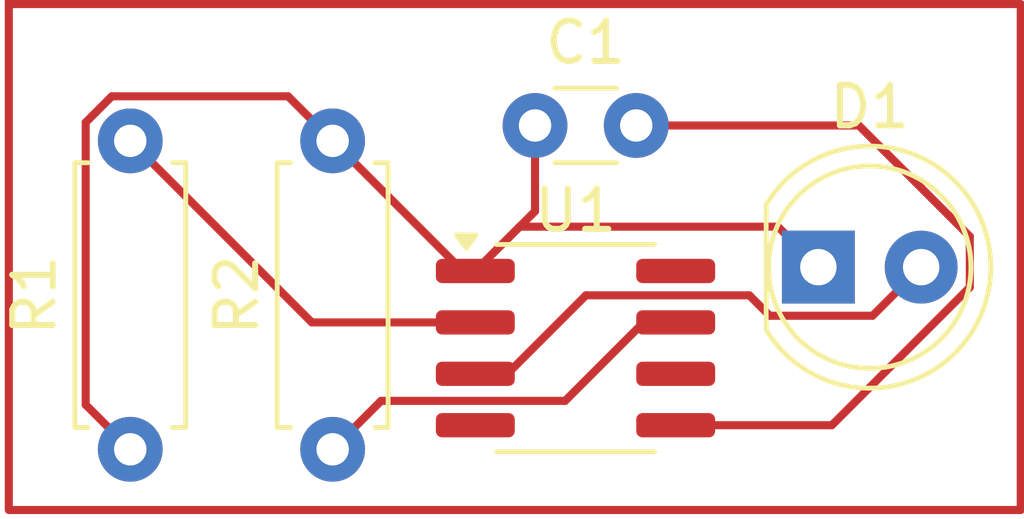
<source format=kicad_pcb>
(kicad_pcb (version 20241229) (generator "pcbnew") (generator_version "9.0")
  (layers (0 "F.Cu" signal) (2 "B.Cu" signal) (13 "F.Paste" user) (15 "B.Paste" user) (5 "F.SilkS" user "F.Silkscreen") (7 "B.SilkS" user "B.Silkscreen") (1 "F.Mask" user) (3 "B.Mask" user) (25 "Edge.Cuts" user))
  (net 0 "")
  (net 1 "Net-(U1-CV)")
  (net 2 "GND")
  (net 3 "Net-(D1-A)")
  (net 4 "Net-(U1-TR)")
  (net 5 "Net-(U1-DIS)")
  (net 7 "VCC")
  (footprint "Resistor_THT:R_Axial_DIN0207_L6.3mm_D2.5mm_P7.62mm_Horizontal" (layer "F.Cu") (at 175.5 93 90)
    (property "Reference" "R2" (at 3.81 -2.37 90) (layer "F.SilkS"))
    (property "Value" "R")
    (fp_line (start 7.08 -1.37) (end 7.08 -1.04) (stroke (width 0.12)) (layer "F.SilkS"))
    (fp_line (start 0.54 -1.37) (end 7.08 -1.37) (stroke (width 0.12)) (layer "F.SilkS"))
    (fp_line (start 0.54 -1.04) (end 0.54 -1.37) (stroke (width 0.12)) (layer "F.SilkS"))
    (fp_line (start 0.54 1.04) (end 0.54 1.37) (stroke (width 0.12)) (layer "F.SilkS"))
    (fp_line (start 7.08 1.37) (end 7.08 1.04) (stroke (width 0.12)) (layer "F.SilkS"))
    (fp_line (start 0.54 1.37) (end 7.08 1.37) (stroke (width 0.12)) (layer "F.SilkS"))
    (pad "1" thru_hole circle (at 0 0 90) (size 1.6 1.6) (drill 0.8) (layers "*.Cu" "*.Mask") (net 5 "Net-(U1-DIS)"))
    (pad "2" thru_hole circle (at 7.62 0 90) (size 1.6 1.6) (drill 0.8) (layers "*.Cu" "*.Mask") (net 2 "GND"))
  )
  (footprint "Package_SO:SOIC-8_3.9x4.9mm_P1.27mm" (layer "F.Cu") (at 181.5 90.5)
    (property "Reference" "U1" (at 0 -3.4 0) (layer "F.SilkS"))
    (property "Value" "LM555xM")
    (fp_line (start 0 -2.56) (end -1.95 -2.56) (stroke (width 0.12)) (layer "F.SilkS"))
    (fp_line (start 0 -2.56) (end 1.95 -2.56) (stroke (width 0.12)) (layer "F.SilkS"))
    (fp_line (start 0 2.56) (end -1.95 2.56) (stroke (width 0.12)) (layer "F.SilkS"))
    (fp_line (start 0 2.56) (end 1.95 2.56) (stroke (width 0.12)) (layer "F.SilkS"))
    (fp_poly (pts (xy -2.7 -2.465) (xy -2.94 -2.795) (xy -2.46 -2.795)) (stroke (width 0.12)) (fill yes) (layer "F.SilkS"))
    (pad "1" smd roundrect (at -2.475 -1.905) (size 1.95 0.6) (layers "F.Cu" "F.Mask" "F.Paste") (net 2 "GND"))
    (pad "2" smd roundrect (at -2.475 -0.635) (size 1.95 0.6) (layers "F.Cu" "F.Mask" "F.Paste") (net 4 "Net-(U1-TR)"))
    (pad "3" smd roundrect (at -2.475 0.635) (size 1.95 0.6) (layers "F.Cu" "F.Mask" "F.Paste") (net 3 "Net-(D1-A)"))
    (pad "4" smd roundrect (at -2.475 1.905) (size 1.95 0.6) (layers "F.Cu" "F.Mask" "F.Paste"))
    (pad "5" smd roundrect (at 2.475 1.905) (size 1.95 0.6) (layers "F.Cu" "F.Mask" "F.Paste") (net 1 "Net-(U1-CV)"))
    (pad "6" smd roundrect (at 2.475 0.635) (size 1.95 0.6) (layers "F.Cu" "F.Mask" "F.Paste"))
    (pad "7" smd roundrect (at 2.475 -0.635) (size 1.95 0.6) (layers "F.Cu" "F.Mask" "F.Paste") (net 5 "Net-(U1-DIS)"))
    (pad "8" smd roundrect (at 2.475 -1.905) (size 1.95 0.6) (layers "F.Cu" "F.Mask" "F.Paste") (net 7 "VCC"))
  )
  (footprint "Capacitor_THT:C_Disc_D3.0mm_W1.6mm_P2.50mm" (layer "F.Cu") (at 180.5 85)
    (property "Reference" "C1" (at 1.25 -2.05 0) (layer "F.SilkS"))
    (property "Value" "C")
    (fp_line (start 0.485 -0.92) (end 2.015 -0.92) (stroke (width 0.12)) (layer "F.SilkS"))
    (fp_line (start 0.485 0.92) (end 2.015 0.92) (stroke (width 0.12)) (layer "F.SilkS"))
    (pad "1" thru_hole circle (at 0 0) (size 1.6 1.6) (drill 0.8) (layers "*.Cu" "*.Mask") (net 2 "GND"))
    (pad "2" thru_hole circle (at 2.5 0) (size 1.6 1.6) (drill 0.8) (layers "*.Cu" "*.Mask") (net 1 "Net-(U1-CV)"))
  )
  (footprint "Resistor_THT:R_Axial_DIN0207_L6.3mm_D2.5mm_P7.62mm_Horizontal" (layer "F.Cu") (at 170.5 93 90)
    (property "Reference" "R1" (at 3.81 -2.37 90) (layer "F.SilkS"))
    (property "Value" "R")
    (fp_line (start 7.08 -1.37) (end 7.08 -1.04) (stroke (width 0.12)) (layer "F.SilkS"))
    (fp_line (start 0.54 -1.37) (end 7.08 -1.37) (stroke (width 0.12)) (layer "F.SilkS"))
    (fp_line (start 0.54 -1.04) (end 0.54 -1.37) (stroke (width 0.12)) (layer "F.SilkS"))
    (fp_line (start 0.54 1.04) (end 0.54 1.37) (stroke (width 0.12)) (layer "F.SilkS"))
    (fp_line (start 7.08 1.37) (end 7.08 1.04) (stroke (width 0.12)) (layer "F.SilkS"))
    (fp_line (start 0.54 1.37) (end 7.08 1.37) (stroke (width 0.12)) (layer "F.SilkS"))
    (pad "1" thru_hole circle (at 0 0 90) (size 1.6 1.6) (drill 0.8) (layers "*.Cu" "*.Mask") (net 2 "GND"))
    (pad "2" thru_hole circle (at 7.62 0 90) (size 1.6 1.6) (drill 0.8) (layers "*.Cu" "*.Mask") (net 4 "Net-(U1-TR)"))
  )
  (footprint "LED_THT:LED_D5.0mm" (layer "F.Cu") (at 187.5 88.5)
    (property "Reference" "D1" (at 1.27 -3.96 0) (layer "F.SilkS"))
    (property "Value" "LED")
    (fp_line (start -1.29 -1.545) (end -1.29 1.545) (stroke (width 0.12)) (layer "F.SilkS"))
    (fp_arc (start -1.29 -1.54483) (mid 2.071779 -2.880495) (end 4.26 0) (stroke (width 0.12)) (layer "F.SilkS"))
    (fp_arc (start 4.26 0) (mid 2.071779 2.880495) (end -1.29 1.54483) (stroke (width 0.12)) (layer "F.SilkS"))
    (fp_circle (center 1.27 0) (end 3.77 0) (stroke (width 0.12)) (fill no) (layer "F.SilkS"))
    (pad "1" thru_hole rect (at 0 0) (size 1.8 1.8) (drill 0.9) (layers "*.Cu" "*.Mask") (net 2 "GND"))
    (pad "2" thru_hole circle (at 2.54 0) (size 1.8 1.8) (drill 0.9) (layers "*.Cu" "*.Mask") (net 3 "Net-(D1-A)"))
  )
  (gr_rect (start 167.5 82) (end 192.5 94.5) (stroke (width 0.2)) (fill no) (layer "F.Cu"))
  (segment (start 191.241 88.997471) (end 191.241 87.741) (width 0.2) (layer "F.Cu") (net 1))
  (segment (start 188.5 85) (end 183 85) (width 0.2) (layer "F.Cu") (net 1))
  (segment (start 191.241 87.741) (end 188.5 85) (width 0.2) (layer "F.Cu") (net 1))
  (segment (start 187.833471 92.405) (end 191.241 88.997471) (width 0.2) (layer "F.Cu") (net 1))
  (segment (start 183.975 92.405) (end 187.833471 92.405) (width 0.2) (layer "F.Cu") (net 1))
  (segment (start 187.5 88.5) (end 186.5 87.5) (width 0.2) (layer "F.Cu") (net 2))
  (segment (start 186.5 87.5) (end 180.12 87.5) (width 0.2) (layer "F.Cu") (net 2))
  (segment (start 169.399 91.899) (end 170.5 93) (width 0.2) (layer "F.Cu") (net 2))
  (segment (start 175.5 85.38) (end 174.399 84.279) (width 0.2) (layer "F.Cu") (net 2))
  (segment (start 170.04395 84.279) (end 169.399 84.92395) (width 0.2) (layer "F.Cu") (net 2))
  (segment (start 180.5 85) (end 180.5 87.12) (width 0.2) (layer "F.Cu") (net 2))
  (segment (start 174.399 84.279) (end 170.04395 84.279) (width 0.2) (layer "F.Cu") (net 2))
  (segment (start 180.12 87.5) (end 179.025 88.595) (width 0.2) (layer "F.Cu") (net 2))
  (segment (start 178.715 88.595) (end 179.025 88.595) (width 0.2) (layer "F.Cu") (net 2))
  (segment (start 169.399 84.92395) (end 169.399 91.899) (width 0.2) (layer "F.Cu") (net 2))
  (segment (start 175.5 85.38) (end 178.715 88.595) (width 0.2) (layer "F.Cu") (net 2))
  (segment (start 180.5 87.12) (end 179.025 88.595) (width 0.2) (layer "F.Cu") (net 2))
  (segment (start 181.757032 89.196) (end 185.794 89.196) (width 0.2) (layer "F.Cu") (net 3))
  (segment (start 186.299 89.701) (end 188.839 89.701) (width 0.2) (layer "F.Cu") (net 3))
  (segment (start 188.839 89.701) (end 190.04 88.5) (width 0.2) (layer "F.Cu") (net 3))
  (segment (start 185.794 89.196) (end 186.299 89.701) (width 0.2) (layer "F.Cu") (net 3))
  (segment (start 179.818032 91.135) (end 181.757032 89.196) (width 0.2) (layer "F.Cu") (net 3))
  (segment (start 179.025 91.135) (end 179.818032 91.135) (width 0.2) (layer "F.Cu") (net 3))
  (segment (start 170.5 85.38) (end 174.985 89.865) (width 0.2) (layer "F.Cu") (net 4))
  (segment (start 174.985 89.865) (end 179.025 89.865) (width 0.2) (layer "F.Cu") (net 4))
  (segment (start 183.181968 89.865) (end 181.242968 91.804) (width 0.2) (layer "F.Cu") (net 5))
  (segment (start 176.696 91.804) (end 175.5 93) (width 0.2) (layer "F.Cu") (net 5))
  (segment (start 181.242968 91.804) (end 176.696 91.804) (width 0.2) (layer "F.Cu") (net 5))
  (segment (start 183.975 89.865) (end 183.181968 89.865) (width 0.2) (layer "F.Cu") (net 5))
)
</source>
